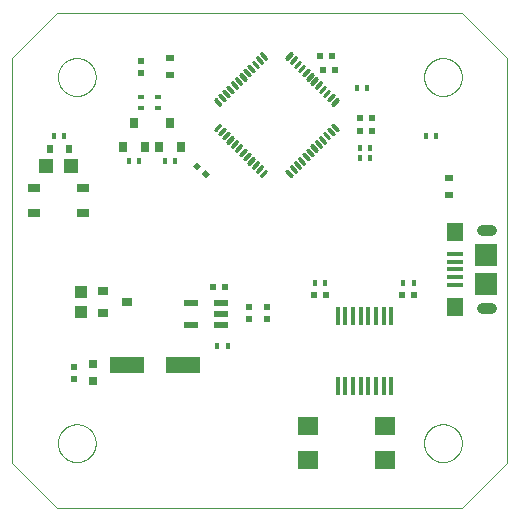
<source format=gtp>
G75*
%MOIN*%
%OFA0B0*%
%FSLAX25Y25*%
%IPPOS*%
%LPD*%
%AMOC8*
5,1,8,0,0,1.08239X$1,22.5*
%
%ADD10C,0.00000*%
%ADD11C,0.01008*%
%ADD12R,0.01969X0.01969*%
%ADD13R,0.04724X0.04724*%
%ADD14R,0.01575X0.02362*%
%ADD15R,0.01969X0.01969*%
%ADD16R,0.02362X0.03150*%
%ADD17R,0.03150X0.02362*%
%ADD18R,0.11811X0.05512*%
%ADD19R,0.03150X0.03150*%
%ADD20R,0.07098X0.06299*%
%ADD21R,0.01575X0.06299*%
%ADD22R,0.05315X0.01575*%
%ADD23R,0.05512X0.06299*%
%ADD24R,0.07480X0.07480*%
%ADD25C,0.03543*%
%ADD26C,0.00039*%
%ADD27R,0.03543X0.03150*%
%ADD28R,0.03937X0.04331*%
%ADD29R,0.04724X0.02165*%
%ADD30R,0.03150X0.03543*%
%ADD31R,0.02362X0.01575*%
%ADD32R,0.04134X0.02559*%
D10*
X0080922Y0060000D02*
X0095922Y0045000D01*
X0230922Y0045000D01*
X0245922Y0060000D01*
X0245922Y0195000D01*
X0230922Y0210000D01*
X0095922Y0210000D01*
X0080922Y0195000D01*
X0080922Y0060000D01*
X0096099Y0066476D02*
X0096101Y0066634D01*
X0096107Y0066792D01*
X0096117Y0066950D01*
X0096131Y0067108D01*
X0096149Y0067265D01*
X0096170Y0067422D01*
X0096196Y0067578D01*
X0096226Y0067734D01*
X0096259Y0067889D01*
X0096297Y0068042D01*
X0096338Y0068195D01*
X0096383Y0068347D01*
X0096432Y0068498D01*
X0096485Y0068647D01*
X0096541Y0068795D01*
X0096601Y0068941D01*
X0096665Y0069086D01*
X0096733Y0069229D01*
X0096804Y0069371D01*
X0096878Y0069511D01*
X0096956Y0069648D01*
X0097038Y0069784D01*
X0097122Y0069918D01*
X0097211Y0070049D01*
X0097302Y0070178D01*
X0097397Y0070305D01*
X0097494Y0070430D01*
X0097595Y0070552D01*
X0097699Y0070671D01*
X0097806Y0070788D01*
X0097916Y0070902D01*
X0098029Y0071013D01*
X0098144Y0071122D01*
X0098262Y0071227D01*
X0098383Y0071329D01*
X0098506Y0071429D01*
X0098632Y0071525D01*
X0098760Y0071618D01*
X0098890Y0071708D01*
X0099023Y0071794D01*
X0099158Y0071878D01*
X0099294Y0071957D01*
X0099433Y0072034D01*
X0099574Y0072106D01*
X0099716Y0072176D01*
X0099860Y0072241D01*
X0100006Y0072303D01*
X0100153Y0072361D01*
X0100302Y0072416D01*
X0100452Y0072467D01*
X0100603Y0072514D01*
X0100755Y0072557D01*
X0100908Y0072596D01*
X0101063Y0072632D01*
X0101218Y0072663D01*
X0101374Y0072691D01*
X0101530Y0072715D01*
X0101687Y0072735D01*
X0101845Y0072751D01*
X0102002Y0072763D01*
X0102161Y0072771D01*
X0102319Y0072775D01*
X0102477Y0072775D01*
X0102635Y0072771D01*
X0102794Y0072763D01*
X0102951Y0072751D01*
X0103109Y0072735D01*
X0103266Y0072715D01*
X0103422Y0072691D01*
X0103578Y0072663D01*
X0103733Y0072632D01*
X0103888Y0072596D01*
X0104041Y0072557D01*
X0104193Y0072514D01*
X0104344Y0072467D01*
X0104494Y0072416D01*
X0104643Y0072361D01*
X0104790Y0072303D01*
X0104936Y0072241D01*
X0105080Y0072176D01*
X0105222Y0072106D01*
X0105363Y0072034D01*
X0105502Y0071957D01*
X0105638Y0071878D01*
X0105773Y0071794D01*
X0105906Y0071708D01*
X0106036Y0071618D01*
X0106164Y0071525D01*
X0106290Y0071429D01*
X0106413Y0071329D01*
X0106534Y0071227D01*
X0106652Y0071122D01*
X0106767Y0071013D01*
X0106880Y0070902D01*
X0106990Y0070788D01*
X0107097Y0070671D01*
X0107201Y0070552D01*
X0107302Y0070430D01*
X0107399Y0070305D01*
X0107494Y0070178D01*
X0107585Y0070049D01*
X0107674Y0069918D01*
X0107758Y0069784D01*
X0107840Y0069648D01*
X0107918Y0069511D01*
X0107992Y0069371D01*
X0108063Y0069229D01*
X0108131Y0069086D01*
X0108195Y0068941D01*
X0108255Y0068795D01*
X0108311Y0068647D01*
X0108364Y0068498D01*
X0108413Y0068347D01*
X0108458Y0068195D01*
X0108499Y0068042D01*
X0108537Y0067889D01*
X0108570Y0067734D01*
X0108600Y0067578D01*
X0108626Y0067422D01*
X0108647Y0067265D01*
X0108665Y0067108D01*
X0108679Y0066950D01*
X0108689Y0066792D01*
X0108695Y0066634D01*
X0108697Y0066476D01*
X0108695Y0066318D01*
X0108689Y0066160D01*
X0108679Y0066002D01*
X0108665Y0065844D01*
X0108647Y0065687D01*
X0108626Y0065530D01*
X0108600Y0065374D01*
X0108570Y0065218D01*
X0108537Y0065063D01*
X0108499Y0064910D01*
X0108458Y0064757D01*
X0108413Y0064605D01*
X0108364Y0064454D01*
X0108311Y0064305D01*
X0108255Y0064157D01*
X0108195Y0064011D01*
X0108131Y0063866D01*
X0108063Y0063723D01*
X0107992Y0063581D01*
X0107918Y0063441D01*
X0107840Y0063304D01*
X0107758Y0063168D01*
X0107674Y0063034D01*
X0107585Y0062903D01*
X0107494Y0062774D01*
X0107399Y0062647D01*
X0107302Y0062522D01*
X0107201Y0062400D01*
X0107097Y0062281D01*
X0106990Y0062164D01*
X0106880Y0062050D01*
X0106767Y0061939D01*
X0106652Y0061830D01*
X0106534Y0061725D01*
X0106413Y0061623D01*
X0106290Y0061523D01*
X0106164Y0061427D01*
X0106036Y0061334D01*
X0105906Y0061244D01*
X0105773Y0061158D01*
X0105638Y0061074D01*
X0105502Y0060995D01*
X0105363Y0060918D01*
X0105222Y0060846D01*
X0105080Y0060776D01*
X0104936Y0060711D01*
X0104790Y0060649D01*
X0104643Y0060591D01*
X0104494Y0060536D01*
X0104344Y0060485D01*
X0104193Y0060438D01*
X0104041Y0060395D01*
X0103888Y0060356D01*
X0103733Y0060320D01*
X0103578Y0060289D01*
X0103422Y0060261D01*
X0103266Y0060237D01*
X0103109Y0060217D01*
X0102951Y0060201D01*
X0102794Y0060189D01*
X0102635Y0060181D01*
X0102477Y0060177D01*
X0102319Y0060177D01*
X0102161Y0060181D01*
X0102002Y0060189D01*
X0101845Y0060201D01*
X0101687Y0060217D01*
X0101530Y0060237D01*
X0101374Y0060261D01*
X0101218Y0060289D01*
X0101063Y0060320D01*
X0100908Y0060356D01*
X0100755Y0060395D01*
X0100603Y0060438D01*
X0100452Y0060485D01*
X0100302Y0060536D01*
X0100153Y0060591D01*
X0100006Y0060649D01*
X0099860Y0060711D01*
X0099716Y0060776D01*
X0099574Y0060846D01*
X0099433Y0060918D01*
X0099294Y0060995D01*
X0099158Y0061074D01*
X0099023Y0061158D01*
X0098890Y0061244D01*
X0098760Y0061334D01*
X0098632Y0061427D01*
X0098506Y0061523D01*
X0098383Y0061623D01*
X0098262Y0061725D01*
X0098144Y0061830D01*
X0098029Y0061939D01*
X0097916Y0062050D01*
X0097806Y0062164D01*
X0097699Y0062281D01*
X0097595Y0062400D01*
X0097494Y0062522D01*
X0097397Y0062647D01*
X0097302Y0062774D01*
X0097211Y0062903D01*
X0097122Y0063034D01*
X0097038Y0063168D01*
X0096956Y0063304D01*
X0096878Y0063441D01*
X0096804Y0063581D01*
X0096733Y0063723D01*
X0096665Y0063866D01*
X0096601Y0064011D01*
X0096541Y0064157D01*
X0096485Y0064305D01*
X0096432Y0064454D01*
X0096383Y0064605D01*
X0096338Y0064757D01*
X0096297Y0064910D01*
X0096259Y0065063D01*
X0096226Y0065218D01*
X0096196Y0065374D01*
X0096170Y0065530D01*
X0096149Y0065687D01*
X0096131Y0065844D01*
X0096117Y0066002D01*
X0096107Y0066160D01*
X0096101Y0066318D01*
X0096099Y0066476D01*
X0218146Y0066476D02*
X0218148Y0066634D01*
X0218154Y0066792D01*
X0218164Y0066950D01*
X0218178Y0067108D01*
X0218196Y0067265D01*
X0218217Y0067422D01*
X0218243Y0067578D01*
X0218273Y0067734D01*
X0218306Y0067889D01*
X0218344Y0068042D01*
X0218385Y0068195D01*
X0218430Y0068347D01*
X0218479Y0068498D01*
X0218532Y0068647D01*
X0218588Y0068795D01*
X0218648Y0068941D01*
X0218712Y0069086D01*
X0218780Y0069229D01*
X0218851Y0069371D01*
X0218925Y0069511D01*
X0219003Y0069648D01*
X0219085Y0069784D01*
X0219169Y0069918D01*
X0219258Y0070049D01*
X0219349Y0070178D01*
X0219444Y0070305D01*
X0219541Y0070430D01*
X0219642Y0070552D01*
X0219746Y0070671D01*
X0219853Y0070788D01*
X0219963Y0070902D01*
X0220076Y0071013D01*
X0220191Y0071122D01*
X0220309Y0071227D01*
X0220430Y0071329D01*
X0220553Y0071429D01*
X0220679Y0071525D01*
X0220807Y0071618D01*
X0220937Y0071708D01*
X0221070Y0071794D01*
X0221205Y0071878D01*
X0221341Y0071957D01*
X0221480Y0072034D01*
X0221621Y0072106D01*
X0221763Y0072176D01*
X0221907Y0072241D01*
X0222053Y0072303D01*
X0222200Y0072361D01*
X0222349Y0072416D01*
X0222499Y0072467D01*
X0222650Y0072514D01*
X0222802Y0072557D01*
X0222955Y0072596D01*
X0223110Y0072632D01*
X0223265Y0072663D01*
X0223421Y0072691D01*
X0223577Y0072715D01*
X0223734Y0072735D01*
X0223892Y0072751D01*
X0224049Y0072763D01*
X0224208Y0072771D01*
X0224366Y0072775D01*
X0224524Y0072775D01*
X0224682Y0072771D01*
X0224841Y0072763D01*
X0224998Y0072751D01*
X0225156Y0072735D01*
X0225313Y0072715D01*
X0225469Y0072691D01*
X0225625Y0072663D01*
X0225780Y0072632D01*
X0225935Y0072596D01*
X0226088Y0072557D01*
X0226240Y0072514D01*
X0226391Y0072467D01*
X0226541Y0072416D01*
X0226690Y0072361D01*
X0226837Y0072303D01*
X0226983Y0072241D01*
X0227127Y0072176D01*
X0227269Y0072106D01*
X0227410Y0072034D01*
X0227549Y0071957D01*
X0227685Y0071878D01*
X0227820Y0071794D01*
X0227953Y0071708D01*
X0228083Y0071618D01*
X0228211Y0071525D01*
X0228337Y0071429D01*
X0228460Y0071329D01*
X0228581Y0071227D01*
X0228699Y0071122D01*
X0228814Y0071013D01*
X0228927Y0070902D01*
X0229037Y0070788D01*
X0229144Y0070671D01*
X0229248Y0070552D01*
X0229349Y0070430D01*
X0229446Y0070305D01*
X0229541Y0070178D01*
X0229632Y0070049D01*
X0229721Y0069918D01*
X0229805Y0069784D01*
X0229887Y0069648D01*
X0229965Y0069511D01*
X0230039Y0069371D01*
X0230110Y0069229D01*
X0230178Y0069086D01*
X0230242Y0068941D01*
X0230302Y0068795D01*
X0230358Y0068647D01*
X0230411Y0068498D01*
X0230460Y0068347D01*
X0230505Y0068195D01*
X0230546Y0068042D01*
X0230584Y0067889D01*
X0230617Y0067734D01*
X0230647Y0067578D01*
X0230673Y0067422D01*
X0230694Y0067265D01*
X0230712Y0067108D01*
X0230726Y0066950D01*
X0230736Y0066792D01*
X0230742Y0066634D01*
X0230744Y0066476D01*
X0230742Y0066318D01*
X0230736Y0066160D01*
X0230726Y0066002D01*
X0230712Y0065844D01*
X0230694Y0065687D01*
X0230673Y0065530D01*
X0230647Y0065374D01*
X0230617Y0065218D01*
X0230584Y0065063D01*
X0230546Y0064910D01*
X0230505Y0064757D01*
X0230460Y0064605D01*
X0230411Y0064454D01*
X0230358Y0064305D01*
X0230302Y0064157D01*
X0230242Y0064011D01*
X0230178Y0063866D01*
X0230110Y0063723D01*
X0230039Y0063581D01*
X0229965Y0063441D01*
X0229887Y0063304D01*
X0229805Y0063168D01*
X0229721Y0063034D01*
X0229632Y0062903D01*
X0229541Y0062774D01*
X0229446Y0062647D01*
X0229349Y0062522D01*
X0229248Y0062400D01*
X0229144Y0062281D01*
X0229037Y0062164D01*
X0228927Y0062050D01*
X0228814Y0061939D01*
X0228699Y0061830D01*
X0228581Y0061725D01*
X0228460Y0061623D01*
X0228337Y0061523D01*
X0228211Y0061427D01*
X0228083Y0061334D01*
X0227953Y0061244D01*
X0227820Y0061158D01*
X0227685Y0061074D01*
X0227549Y0060995D01*
X0227410Y0060918D01*
X0227269Y0060846D01*
X0227127Y0060776D01*
X0226983Y0060711D01*
X0226837Y0060649D01*
X0226690Y0060591D01*
X0226541Y0060536D01*
X0226391Y0060485D01*
X0226240Y0060438D01*
X0226088Y0060395D01*
X0225935Y0060356D01*
X0225780Y0060320D01*
X0225625Y0060289D01*
X0225469Y0060261D01*
X0225313Y0060237D01*
X0225156Y0060217D01*
X0224998Y0060201D01*
X0224841Y0060189D01*
X0224682Y0060181D01*
X0224524Y0060177D01*
X0224366Y0060177D01*
X0224208Y0060181D01*
X0224049Y0060189D01*
X0223892Y0060201D01*
X0223734Y0060217D01*
X0223577Y0060237D01*
X0223421Y0060261D01*
X0223265Y0060289D01*
X0223110Y0060320D01*
X0222955Y0060356D01*
X0222802Y0060395D01*
X0222650Y0060438D01*
X0222499Y0060485D01*
X0222349Y0060536D01*
X0222200Y0060591D01*
X0222053Y0060649D01*
X0221907Y0060711D01*
X0221763Y0060776D01*
X0221621Y0060846D01*
X0221480Y0060918D01*
X0221341Y0060995D01*
X0221205Y0061074D01*
X0221070Y0061158D01*
X0220937Y0061244D01*
X0220807Y0061334D01*
X0220679Y0061427D01*
X0220553Y0061523D01*
X0220430Y0061623D01*
X0220309Y0061725D01*
X0220191Y0061830D01*
X0220076Y0061939D01*
X0219963Y0062050D01*
X0219853Y0062164D01*
X0219746Y0062281D01*
X0219642Y0062400D01*
X0219541Y0062522D01*
X0219444Y0062647D01*
X0219349Y0062774D01*
X0219258Y0062903D01*
X0219169Y0063034D01*
X0219085Y0063168D01*
X0219003Y0063304D01*
X0218925Y0063441D01*
X0218851Y0063581D01*
X0218780Y0063723D01*
X0218712Y0063866D01*
X0218648Y0064011D01*
X0218588Y0064157D01*
X0218532Y0064305D01*
X0218479Y0064454D01*
X0218430Y0064605D01*
X0218385Y0064757D01*
X0218344Y0064910D01*
X0218306Y0065063D01*
X0218273Y0065218D01*
X0218243Y0065374D01*
X0218217Y0065530D01*
X0218196Y0065687D01*
X0218178Y0065844D01*
X0218164Y0066002D01*
X0218154Y0066160D01*
X0218148Y0066318D01*
X0218146Y0066476D01*
X0218146Y0188524D02*
X0218148Y0188682D01*
X0218154Y0188840D01*
X0218164Y0188998D01*
X0218178Y0189156D01*
X0218196Y0189313D01*
X0218217Y0189470D01*
X0218243Y0189626D01*
X0218273Y0189782D01*
X0218306Y0189937D01*
X0218344Y0190090D01*
X0218385Y0190243D01*
X0218430Y0190395D01*
X0218479Y0190546D01*
X0218532Y0190695D01*
X0218588Y0190843D01*
X0218648Y0190989D01*
X0218712Y0191134D01*
X0218780Y0191277D01*
X0218851Y0191419D01*
X0218925Y0191559D01*
X0219003Y0191696D01*
X0219085Y0191832D01*
X0219169Y0191966D01*
X0219258Y0192097D01*
X0219349Y0192226D01*
X0219444Y0192353D01*
X0219541Y0192478D01*
X0219642Y0192600D01*
X0219746Y0192719D01*
X0219853Y0192836D01*
X0219963Y0192950D01*
X0220076Y0193061D01*
X0220191Y0193170D01*
X0220309Y0193275D01*
X0220430Y0193377D01*
X0220553Y0193477D01*
X0220679Y0193573D01*
X0220807Y0193666D01*
X0220937Y0193756D01*
X0221070Y0193842D01*
X0221205Y0193926D01*
X0221341Y0194005D01*
X0221480Y0194082D01*
X0221621Y0194154D01*
X0221763Y0194224D01*
X0221907Y0194289D01*
X0222053Y0194351D01*
X0222200Y0194409D01*
X0222349Y0194464D01*
X0222499Y0194515D01*
X0222650Y0194562D01*
X0222802Y0194605D01*
X0222955Y0194644D01*
X0223110Y0194680D01*
X0223265Y0194711D01*
X0223421Y0194739D01*
X0223577Y0194763D01*
X0223734Y0194783D01*
X0223892Y0194799D01*
X0224049Y0194811D01*
X0224208Y0194819D01*
X0224366Y0194823D01*
X0224524Y0194823D01*
X0224682Y0194819D01*
X0224841Y0194811D01*
X0224998Y0194799D01*
X0225156Y0194783D01*
X0225313Y0194763D01*
X0225469Y0194739D01*
X0225625Y0194711D01*
X0225780Y0194680D01*
X0225935Y0194644D01*
X0226088Y0194605D01*
X0226240Y0194562D01*
X0226391Y0194515D01*
X0226541Y0194464D01*
X0226690Y0194409D01*
X0226837Y0194351D01*
X0226983Y0194289D01*
X0227127Y0194224D01*
X0227269Y0194154D01*
X0227410Y0194082D01*
X0227549Y0194005D01*
X0227685Y0193926D01*
X0227820Y0193842D01*
X0227953Y0193756D01*
X0228083Y0193666D01*
X0228211Y0193573D01*
X0228337Y0193477D01*
X0228460Y0193377D01*
X0228581Y0193275D01*
X0228699Y0193170D01*
X0228814Y0193061D01*
X0228927Y0192950D01*
X0229037Y0192836D01*
X0229144Y0192719D01*
X0229248Y0192600D01*
X0229349Y0192478D01*
X0229446Y0192353D01*
X0229541Y0192226D01*
X0229632Y0192097D01*
X0229721Y0191966D01*
X0229805Y0191832D01*
X0229887Y0191696D01*
X0229965Y0191559D01*
X0230039Y0191419D01*
X0230110Y0191277D01*
X0230178Y0191134D01*
X0230242Y0190989D01*
X0230302Y0190843D01*
X0230358Y0190695D01*
X0230411Y0190546D01*
X0230460Y0190395D01*
X0230505Y0190243D01*
X0230546Y0190090D01*
X0230584Y0189937D01*
X0230617Y0189782D01*
X0230647Y0189626D01*
X0230673Y0189470D01*
X0230694Y0189313D01*
X0230712Y0189156D01*
X0230726Y0188998D01*
X0230736Y0188840D01*
X0230742Y0188682D01*
X0230744Y0188524D01*
X0230742Y0188366D01*
X0230736Y0188208D01*
X0230726Y0188050D01*
X0230712Y0187892D01*
X0230694Y0187735D01*
X0230673Y0187578D01*
X0230647Y0187422D01*
X0230617Y0187266D01*
X0230584Y0187111D01*
X0230546Y0186958D01*
X0230505Y0186805D01*
X0230460Y0186653D01*
X0230411Y0186502D01*
X0230358Y0186353D01*
X0230302Y0186205D01*
X0230242Y0186059D01*
X0230178Y0185914D01*
X0230110Y0185771D01*
X0230039Y0185629D01*
X0229965Y0185489D01*
X0229887Y0185352D01*
X0229805Y0185216D01*
X0229721Y0185082D01*
X0229632Y0184951D01*
X0229541Y0184822D01*
X0229446Y0184695D01*
X0229349Y0184570D01*
X0229248Y0184448D01*
X0229144Y0184329D01*
X0229037Y0184212D01*
X0228927Y0184098D01*
X0228814Y0183987D01*
X0228699Y0183878D01*
X0228581Y0183773D01*
X0228460Y0183671D01*
X0228337Y0183571D01*
X0228211Y0183475D01*
X0228083Y0183382D01*
X0227953Y0183292D01*
X0227820Y0183206D01*
X0227685Y0183122D01*
X0227549Y0183043D01*
X0227410Y0182966D01*
X0227269Y0182894D01*
X0227127Y0182824D01*
X0226983Y0182759D01*
X0226837Y0182697D01*
X0226690Y0182639D01*
X0226541Y0182584D01*
X0226391Y0182533D01*
X0226240Y0182486D01*
X0226088Y0182443D01*
X0225935Y0182404D01*
X0225780Y0182368D01*
X0225625Y0182337D01*
X0225469Y0182309D01*
X0225313Y0182285D01*
X0225156Y0182265D01*
X0224998Y0182249D01*
X0224841Y0182237D01*
X0224682Y0182229D01*
X0224524Y0182225D01*
X0224366Y0182225D01*
X0224208Y0182229D01*
X0224049Y0182237D01*
X0223892Y0182249D01*
X0223734Y0182265D01*
X0223577Y0182285D01*
X0223421Y0182309D01*
X0223265Y0182337D01*
X0223110Y0182368D01*
X0222955Y0182404D01*
X0222802Y0182443D01*
X0222650Y0182486D01*
X0222499Y0182533D01*
X0222349Y0182584D01*
X0222200Y0182639D01*
X0222053Y0182697D01*
X0221907Y0182759D01*
X0221763Y0182824D01*
X0221621Y0182894D01*
X0221480Y0182966D01*
X0221341Y0183043D01*
X0221205Y0183122D01*
X0221070Y0183206D01*
X0220937Y0183292D01*
X0220807Y0183382D01*
X0220679Y0183475D01*
X0220553Y0183571D01*
X0220430Y0183671D01*
X0220309Y0183773D01*
X0220191Y0183878D01*
X0220076Y0183987D01*
X0219963Y0184098D01*
X0219853Y0184212D01*
X0219746Y0184329D01*
X0219642Y0184448D01*
X0219541Y0184570D01*
X0219444Y0184695D01*
X0219349Y0184822D01*
X0219258Y0184951D01*
X0219169Y0185082D01*
X0219085Y0185216D01*
X0219003Y0185352D01*
X0218925Y0185489D01*
X0218851Y0185629D01*
X0218780Y0185771D01*
X0218712Y0185914D01*
X0218648Y0186059D01*
X0218588Y0186205D01*
X0218532Y0186353D01*
X0218479Y0186502D01*
X0218430Y0186653D01*
X0218385Y0186805D01*
X0218344Y0186958D01*
X0218306Y0187111D01*
X0218273Y0187266D01*
X0218243Y0187422D01*
X0218217Y0187578D01*
X0218196Y0187735D01*
X0218178Y0187892D01*
X0218164Y0188050D01*
X0218154Y0188208D01*
X0218148Y0188366D01*
X0218146Y0188524D01*
X0096099Y0188524D02*
X0096101Y0188682D01*
X0096107Y0188840D01*
X0096117Y0188998D01*
X0096131Y0189156D01*
X0096149Y0189313D01*
X0096170Y0189470D01*
X0096196Y0189626D01*
X0096226Y0189782D01*
X0096259Y0189937D01*
X0096297Y0190090D01*
X0096338Y0190243D01*
X0096383Y0190395D01*
X0096432Y0190546D01*
X0096485Y0190695D01*
X0096541Y0190843D01*
X0096601Y0190989D01*
X0096665Y0191134D01*
X0096733Y0191277D01*
X0096804Y0191419D01*
X0096878Y0191559D01*
X0096956Y0191696D01*
X0097038Y0191832D01*
X0097122Y0191966D01*
X0097211Y0192097D01*
X0097302Y0192226D01*
X0097397Y0192353D01*
X0097494Y0192478D01*
X0097595Y0192600D01*
X0097699Y0192719D01*
X0097806Y0192836D01*
X0097916Y0192950D01*
X0098029Y0193061D01*
X0098144Y0193170D01*
X0098262Y0193275D01*
X0098383Y0193377D01*
X0098506Y0193477D01*
X0098632Y0193573D01*
X0098760Y0193666D01*
X0098890Y0193756D01*
X0099023Y0193842D01*
X0099158Y0193926D01*
X0099294Y0194005D01*
X0099433Y0194082D01*
X0099574Y0194154D01*
X0099716Y0194224D01*
X0099860Y0194289D01*
X0100006Y0194351D01*
X0100153Y0194409D01*
X0100302Y0194464D01*
X0100452Y0194515D01*
X0100603Y0194562D01*
X0100755Y0194605D01*
X0100908Y0194644D01*
X0101063Y0194680D01*
X0101218Y0194711D01*
X0101374Y0194739D01*
X0101530Y0194763D01*
X0101687Y0194783D01*
X0101845Y0194799D01*
X0102002Y0194811D01*
X0102161Y0194819D01*
X0102319Y0194823D01*
X0102477Y0194823D01*
X0102635Y0194819D01*
X0102794Y0194811D01*
X0102951Y0194799D01*
X0103109Y0194783D01*
X0103266Y0194763D01*
X0103422Y0194739D01*
X0103578Y0194711D01*
X0103733Y0194680D01*
X0103888Y0194644D01*
X0104041Y0194605D01*
X0104193Y0194562D01*
X0104344Y0194515D01*
X0104494Y0194464D01*
X0104643Y0194409D01*
X0104790Y0194351D01*
X0104936Y0194289D01*
X0105080Y0194224D01*
X0105222Y0194154D01*
X0105363Y0194082D01*
X0105502Y0194005D01*
X0105638Y0193926D01*
X0105773Y0193842D01*
X0105906Y0193756D01*
X0106036Y0193666D01*
X0106164Y0193573D01*
X0106290Y0193477D01*
X0106413Y0193377D01*
X0106534Y0193275D01*
X0106652Y0193170D01*
X0106767Y0193061D01*
X0106880Y0192950D01*
X0106990Y0192836D01*
X0107097Y0192719D01*
X0107201Y0192600D01*
X0107302Y0192478D01*
X0107399Y0192353D01*
X0107494Y0192226D01*
X0107585Y0192097D01*
X0107674Y0191966D01*
X0107758Y0191832D01*
X0107840Y0191696D01*
X0107918Y0191559D01*
X0107992Y0191419D01*
X0108063Y0191277D01*
X0108131Y0191134D01*
X0108195Y0190989D01*
X0108255Y0190843D01*
X0108311Y0190695D01*
X0108364Y0190546D01*
X0108413Y0190395D01*
X0108458Y0190243D01*
X0108499Y0190090D01*
X0108537Y0189937D01*
X0108570Y0189782D01*
X0108600Y0189626D01*
X0108626Y0189470D01*
X0108647Y0189313D01*
X0108665Y0189156D01*
X0108679Y0188998D01*
X0108689Y0188840D01*
X0108695Y0188682D01*
X0108697Y0188524D01*
X0108695Y0188366D01*
X0108689Y0188208D01*
X0108679Y0188050D01*
X0108665Y0187892D01*
X0108647Y0187735D01*
X0108626Y0187578D01*
X0108600Y0187422D01*
X0108570Y0187266D01*
X0108537Y0187111D01*
X0108499Y0186958D01*
X0108458Y0186805D01*
X0108413Y0186653D01*
X0108364Y0186502D01*
X0108311Y0186353D01*
X0108255Y0186205D01*
X0108195Y0186059D01*
X0108131Y0185914D01*
X0108063Y0185771D01*
X0107992Y0185629D01*
X0107918Y0185489D01*
X0107840Y0185352D01*
X0107758Y0185216D01*
X0107674Y0185082D01*
X0107585Y0184951D01*
X0107494Y0184822D01*
X0107399Y0184695D01*
X0107302Y0184570D01*
X0107201Y0184448D01*
X0107097Y0184329D01*
X0106990Y0184212D01*
X0106880Y0184098D01*
X0106767Y0183987D01*
X0106652Y0183878D01*
X0106534Y0183773D01*
X0106413Y0183671D01*
X0106290Y0183571D01*
X0106164Y0183475D01*
X0106036Y0183382D01*
X0105906Y0183292D01*
X0105773Y0183206D01*
X0105638Y0183122D01*
X0105502Y0183043D01*
X0105363Y0182966D01*
X0105222Y0182894D01*
X0105080Y0182824D01*
X0104936Y0182759D01*
X0104790Y0182697D01*
X0104643Y0182639D01*
X0104494Y0182584D01*
X0104344Y0182533D01*
X0104193Y0182486D01*
X0104041Y0182443D01*
X0103888Y0182404D01*
X0103733Y0182368D01*
X0103578Y0182337D01*
X0103422Y0182309D01*
X0103266Y0182285D01*
X0103109Y0182265D01*
X0102951Y0182249D01*
X0102794Y0182237D01*
X0102635Y0182229D01*
X0102477Y0182225D01*
X0102319Y0182225D01*
X0102161Y0182229D01*
X0102002Y0182237D01*
X0101845Y0182249D01*
X0101687Y0182265D01*
X0101530Y0182285D01*
X0101374Y0182309D01*
X0101218Y0182337D01*
X0101063Y0182368D01*
X0100908Y0182404D01*
X0100755Y0182443D01*
X0100603Y0182486D01*
X0100452Y0182533D01*
X0100302Y0182584D01*
X0100153Y0182639D01*
X0100006Y0182697D01*
X0099860Y0182759D01*
X0099716Y0182824D01*
X0099574Y0182894D01*
X0099433Y0182966D01*
X0099294Y0183043D01*
X0099158Y0183122D01*
X0099023Y0183206D01*
X0098890Y0183292D01*
X0098760Y0183382D01*
X0098632Y0183475D01*
X0098506Y0183571D01*
X0098383Y0183671D01*
X0098262Y0183773D01*
X0098144Y0183878D01*
X0098029Y0183987D01*
X0097916Y0184098D01*
X0097806Y0184212D01*
X0097699Y0184329D01*
X0097595Y0184448D01*
X0097494Y0184570D01*
X0097397Y0184695D01*
X0097302Y0184822D01*
X0097211Y0184951D01*
X0097122Y0185082D01*
X0097038Y0185216D01*
X0096956Y0185352D01*
X0096878Y0185489D01*
X0096804Y0185629D01*
X0096733Y0185771D01*
X0096665Y0185914D01*
X0096601Y0186059D01*
X0096541Y0186205D01*
X0096485Y0186353D01*
X0096432Y0186502D01*
X0096383Y0186653D01*
X0096338Y0186805D01*
X0096297Y0186958D01*
X0096259Y0187111D01*
X0096226Y0187266D01*
X0096196Y0187422D01*
X0096170Y0187578D01*
X0096149Y0187735D01*
X0096131Y0187892D01*
X0096117Y0188050D01*
X0096107Y0188208D01*
X0096101Y0188366D01*
X0096099Y0188524D01*
D11*
X0148450Y0180982D02*
X0150102Y0179330D01*
X0148450Y0180982D02*
X0148628Y0181160D01*
X0150280Y0179508D01*
X0150102Y0179330D01*
X0149451Y0180337D02*
X0149095Y0180337D01*
X0149842Y0182374D02*
X0151494Y0180722D01*
X0149842Y0182374D02*
X0150020Y0182552D01*
X0151672Y0180900D01*
X0151494Y0180722D01*
X0150843Y0181729D02*
X0150487Y0181729D01*
X0151234Y0183766D02*
X0152886Y0182114D01*
X0151234Y0183766D02*
X0151412Y0183944D01*
X0153064Y0182292D01*
X0152886Y0182114D01*
X0152235Y0183121D02*
X0151879Y0183121D01*
X0152626Y0185158D02*
X0154278Y0183506D01*
X0152626Y0185158D02*
X0152804Y0185336D01*
X0154456Y0183684D01*
X0154278Y0183506D01*
X0153627Y0184513D02*
X0153271Y0184513D01*
X0154018Y0186550D02*
X0155670Y0184898D01*
X0154018Y0186550D02*
X0154196Y0186728D01*
X0155848Y0185076D01*
X0155670Y0184898D01*
X0155019Y0185905D02*
X0154663Y0185905D01*
X0155410Y0187942D02*
X0157062Y0186290D01*
X0155410Y0187942D02*
X0155588Y0188120D01*
X0157240Y0186468D01*
X0157062Y0186290D01*
X0156411Y0187297D02*
X0156055Y0187297D01*
X0156802Y0189334D02*
X0158454Y0187682D01*
X0156802Y0189334D02*
X0156980Y0189512D01*
X0158632Y0187860D01*
X0158454Y0187682D01*
X0157803Y0188689D02*
X0157447Y0188689D01*
X0158194Y0190726D02*
X0159846Y0189074D01*
X0158194Y0190726D02*
X0158372Y0190904D01*
X0160024Y0189252D01*
X0159846Y0189074D01*
X0159195Y0190081D02*
X0158839Y0190081D01*
X0159585Y0192118D02*
X0161237Y0190466D01*
X0159585Y0192118D02*
X0159763Y0192296D01*
X0161415Y0190644D01*
X0161237Y0190466D01*
X0160586Y0191473D02*
X0160230Y0191473D01*
X0160977Y0193510D02*
X0162629Y0191858D01*
X0160977Y0193510D02*
X0161155Y0193688D01*
X0162807Y0192036D01*
X0162629Y0191858D01*
X0161978Y0192865D02*
X0161622Y0192865D01*
X0162369Y0194902D02*
X0164021Y0193250D01*
X0162369Y0194902D02*
X0162547Y0195080D01*
X0164199Y0193428D01*
X0164021Y0193250D01*
X0163370Y0194257D02*
X0163014Y0194257D01*
X0163761Y0196294D02*
X0165413Y0194642D01*
X0163761Y0196294D02*
X0163939Y0196472D01*
X0165591Y0194820D01*
X0165413Y0194642D01*
X0164762Y0195649D02*
X0164406Y0195649D01*
X0172430Y0194642D02*
X0174082Y0196294D01*
X0172430Y0194642D02*
X0172252Y0194820D01*
X0173904Y0196472D01*
X0174082Y0196294D01*
X0173437Y0195649D02*
X0173081Y0195649D01*
X0175474Y0194902D02*
X0173822Y0193250D01*
X0173644Y0193428D01*
X0175296Y0195080D01*
X0175474Y0194902D01*
X0174829Y0194257D02*
X0174473Y0194257D01*
X0176866Y0193510D02*
X0175214Y0191858D01*
X0175036Y0192036D01*
X0176688Y0193688D01*
X0176866Y0193510D01*
X0176221Y0192865D02*
X0175865Y0192865D01*
X0178258Y0192118D02*
X0176606Y0190466D01*
X0176428Y0190644D01*
X0178080Y0192296D01*
X0178258Y0192118D01*
X0177613Y0191473D02*
X0177257Y0191473D01*
X0179650Y0190726D02*
X0177998Y0189074D01*
X0177820Y0189252D01*
X0179472Y0190904D01*
X0179650Y0190726D01*
X0179005Y0190081D02*
X0178649Y0190081D01*
X0181042Y0189334D02*
X0179390Y0187682D01*
X0179212Y0187860D01*
X0180864Y0189512D01*
X0181042Y0189334D01*
X0180397Y0188689D02*
X0180041Y0188689D01*
X0182434Y0187942D02*
X0180782Y0186290D01*
X0180604Y0186468D01*
X0182256Y0188120D01*
X0182434Y0187942D01*
X0181789Y0187297D02*
X0181433Y0187297D01*
X0183826Y0186550D02*
X0182174Y0184898D01*
X0181996Y0185076D01*
X0183648Y0186728D01*
X0183826Y0186550D01*
X0183181Y0185905D02*
X0182825Y0185905D01*
X0185218Y0185158D02*
X0183566Y0183506D01*
X0183388Y0183684D01*
X0185040Y0185336D01*
X0185218Y0185158D01*
X0184573Y0184513D02*
X0184217Y0184513D01*
X0186610Y0183766D02*
X0184958Y0182114D01*
X0184780Y0182292D01*
X0186432Y0183944D01*
X0186610Y0183766D01*
X0185965Y0183121D02*
X0185609Y0183121D01*
X0188002Y0182374D02*
X0186350Y0180722D01*
X0186172Y0180900D01*
X0187824Y0182552D01*
X0188002Y0182374D01*
X0187357Y0181729D02*
X0187001Y0181729D01*
X0189394Y0180982D02*
X0187742Y0179330D01*
X0187564Y0179508D01*
X0189216Y0181160D01*
X0189394Y0180982D01*
X0188749Y0180337D02*
X0188393Y0180337D01*
X0187564Y0172492D02*
X0189216Y0170840D01*
X0187564Y0172492D02*
X0187742Y0172670D01*
X0189394Y0171018D01*
X0189216Y0170840D01*
X0188565Y0171847D02*
X0188209Y0171847D01*
X0186172Y0171100D02*
X0187824Y0169448D01*
X0186172Y0171100D02*
X0186350Y0171278D01*
X0188002Y0169626D01*
X0187824Y0169448D01*
X0187173Y0170455D02*
X0186817Y0170455D01*
X0184780Y0169708D02*
X0186432Y0168056D01*
X0184780Y0169708D02*
X0184958Y0169886D01*
X0186610Y0168234D01*
X0186432Y0168056D01*
X0185781Y0169063D02*
X0185425Y0169063D01*
X0183388Y0168316D02*
X0185040Y0166664D01*
X0183388Y0168316D02*
X0183566Y0168494D01*
X0185218Y0166842D01*
X0185040Y0166664D01*
X0184389Y0167671D02*
X0184033Y0167671D01*
X0181996Y0166924D02*
X0183648Y0165272D01*
X0181996Y0166924D02*
X0182174Y0167102D01*
X0183826Y0165450D01*
X0183648Y0165272D01*
X0182997Y0166279D02*
X0182641Y0166279D01*
X0180604Y0165532D02*
X0182256Y0163880D01*
X0180604Y0165532D02*
X0180782Y0165710D01*
X0182434Y0164058D01*
X0182256Y0163880D01*
X0181605Y0164887D02*
X0181249Y0164887D01*
X0179212Y0164140D02*
X0180864Y0162488D01*
X0179212Y0164140D02*
X0179390Y0164318D01*
X0181042Y0162666D01*
X0180864Y0162488D01*
X0180213Y0163495D02*
X0179857Y0163495D01*
X0177820Y0162748D02*
X0179472Y0161096D01*
X0177820Y0162748D02*
X0177998Y0162926D01*
X0179650Y0161274D01*
X0179472Y0161096D01*
X0178821Y0162103D02*
X0178465Y0162103D01*
X0176428Y0161356D02*
X0178080Y0159704D01*
X0176428Y0161356D02*
X0176606Y0161534D01*
X0178258Y0159882D01*
X0178080Y0159704D01*
X0177429Y0160711D02*
X0177073Y0160711D01*
X0175036Y0159964D02*
X0176688Y0158312D01*
X0175036Y0159964D02*
X0175214Y0160142D01*
X0176866Y0158490D01*
X0176688Y0158312D01*
X0176037Y0159319D02*
X0175681Y0159319D01*
X0173644Y0158572D02*
X0175296Y0156920D01*
X0173644Y0158572D02*
X0173822Y0158750D01*
X0175474Y0157098D01*
X0175296Y0156920D01*
X0174645Y0157927D02*
X0174289Y0157927D01*
X0172252Y0157180D02*
X0173904Y0155528D01*
X0172252Y0157180D02*
X0172430Y0157358D01*
X0174082Y0155706D01*
X0173904Y0155528D01*
X0173253Y0156535D02*
X0172897Y0156535D01*
X0165591Y0157180D02*
X0163939Y0155528D01*
X0163761Y0155706D01*
X0165413Y0157358D01*
X0165591Y0157180D01*
X0164946Y0156535D02*
X0164590Y0156535D01*
X0164199Y0158572D02*
X0162547Y0156920D01*
X0162369Y0157098D01*
X0164021Y0158750D01*
X0164199Y0158572D01*
X0163554Y0157927D02*
X0163198Y0157927D01*
X0162807Y0159964D02*
X0161155Y0158312D01*
X0160977Y0158490D01*
X0162629Y0160142D01*
X0162807Y0159964D01*
X0162162Y0159319D02*
X0161806Y0159319D01*
X0161415Y0161356D02*
X0159763Y0159704D01*
X0159585Y0159882D01*
X0161237Y0161534D01*
X0161415Y0161356D01*
X0160770Y0160711D02*
X0160414Y0160711D01*
X0160024Y0162748D02*
X0158372Y0161096D01*
X0158194Y0161274D01*
X0159846Y0162926D01*
X0160024Y0162748D01*
X0159379Y0162103D02*
X0159023Y0162103D01*
X0158632Y0164140D02*
X0156980Y0162488D01*
X0156802Y0162666D01*
X0158454Y0164318D01*
X0158632Y0164140D01*
X0157987Y0163495D02*
X0157631Y0163495D01*
X0157240Y0165532D02*
X0155588Y0163880D01*
X0155410Y0164058D01*
X0157062Y0165710D01*
X0157240Y0165532D01*
X0156595Y0164887D02*
X0156239Y0164887D01*
X0155848Y0166924D02*
X0154196Y0165272D01*
X0154018Y0165450D01*
X0155670Y0167102D01*
X0155848Y0166924D01*
X0155203Y0166279D02*
X0154847Y0166279D01*
X0154456Y0168316D02*
X0152804Y0166664D01*
X0152626Y0166842D01*
X0154278Y0168494D01*
X0154456Y0168316D01*
X0153811Y0167671D02*
X0153455Y0167671D01*
X0153064Y0169708D02*
X0151412Y0168056D01*
X0151234Y0168234D01*
X0152886Y0169886D01*
X0153064Y0169708D01*
X0152419Y0169063D02*
X0152063Y0169063D01*
X0151672Y0171100D02*
X0150020Y0169448D01*
X0149842Y0169626D01*
X0151494Y0171278D01*
X0151672Y0171100D01*
X0151027Y0170455D02*
X0150671Y0170455D01*
X0150280Y0172492D02*
X0148628Y0170840D01*
X0148450Y0171018D01*
X0150102Y0172670D01*
X0150280Y0172492D01*
X0149635Y0171847D02*
X0149279Y0171847D01*
D12*
X0123922Y0190031D03*
X0123922Y0193969D03*
X0183453Y0195500D03*
X0187390Y0195500D03*
X0188390Y0191000D03*
X0184453Y0191000D03*
X0196953Y0175000D03*
X0200890Y0175000D03*
X0200890Y0170500D03*
X0196953Y0170500D03*
X0151890Y0118500D03*
X0147953Y0118500D03*
X0159922Y0111969D03*
X0165922Y0111969D03*
X0165922Y0108031D03*
X0159922Y0108031D03*
X0181453Y0116000D03*
X0185390Y0116000D03*
X0210953Y0116000D03*
X0214890Y0116000D03*
X0101422Y0091969D03*
X0101422Y0088031D03*
D13*
X0100556Y0159000D03*
X0092288Y0159000D03*
D14*
X0094650Y0169000D03*
X0098193Y0169000D03*
X0119650Y0160500D03*
X0123193Y0160500D03*
X0131650Y0160500D03*
X0135193Y0160500D03*
X0196650Y0161600D03*
X0200193Y0161600D03*
X0200193Y0165000D03*
X0196650Y0165000D03*
X0218650Y0169000D03*
X0222193Y0169000D03*
X0199193Y0185000D03*
X0195650Y0185000D03*
X0185193Y0120000D03*
X0181650Y0120000D03*
X0211150Y0120000D03*
X0214693Y0120000D03*
X0152693Y0098750D03*
X0149150Y0098750D03*
D15*
G36*
X0145314Y0157499D02*
X0146705Y0156108D01*
X0145314Y0154717D01*
X0143923Y0156108D01*
X0145314Y0157499D01*
G37*
G36*
X0142530Y0160283D02*
X0143921Y0158892D01*
X0142530Y0157501D01*
X0141139Y0158892D01*
X0142530Y0160283D01*
G37*
D16*
X0099821Y0164500D03*
X0093522Y0164500D03*
D17*
X0133422Y0189244D03*
X0133422Y0194756D03*
X0226422Y0154756D03*
X0226422Y0149244D03*
D18*
X0137871Y0092500D03*
X0118973Y0092500D03*
D19*
X0107922Y0092953D03*
X0107922Y0087047D03*
D20*
X0179472Y0072198D03*
X0179472Y0061002D03*
X0204972Y0060882D03*
X0204972Y0072078D03*
D21*
X0204673Y0085592D03*
X0207232Y0085592D03*
X0202113Y0085592D03*
X0199554Y0085592D03*
X0196995Y0085592D03*
X0194436Y0085592D03*
X0191877Y0085592D03*
X0189318Y0085592D03*
X0189318Y0108820D03*
X0191877Y0108820D03*
X0194436Y0108820D03*
X0196995Y0108820D03*
X0199554Y0108820D03*
X0202113Y0108820D03*
X0204673Y0108820D03*
X0207232Y0108820D03*
D22*
X0228422Y0119276D03*
X0228422Y0121835D03*
X0228422Y0124394D03*
X0228422Y0126953D03*
X0228422Y0129512D03*
D23*
X0228422Y0136992D03*
X0228422Y0111795D03*
D24*
X0238953Y0119669D03*
X0238953Y0129118D03*
D25*
X0237556Y0137386D02*
X0237556Y0137386D01*
X0240312Y0137386D01*
X0240312Y0137386D01*
X0237556Y0137386D01*
X0237556Y0111402D02*
X0237556Y0111402D01*
X0240312Y0111402D01*
X0240312Y0111402D01*
X0237556Y0111402D01*
D26*
X0236572Y0111402D02*
X0236574Y0111340D01*
X0236580Y0111279D01*
X0236589Y0111218D01*
X0236603Y0111157D01*
X0236620Y0111098D01*
X0236641Y0111040D01*
X0236666Y0110983D01*
X0236694Y0110928D01*
X0236725Y0110875D01*
X0236760Y0110824D01*
X0236798Y0110775D01*
X0236839Y0110728D01*
X0236882Y0110685D01*
X0236929Y0110644D01*
X0236978Y0110606D01*
X0237029Y0110571D01*
X0237082Y0110540D01*
X0237137Y0110512D01*
X0237194Y0110487D01*
X0237252Y0110466D01*
X0237311Y0110449D01*
X0237372Y0110435D01*
X0237433Y0110426D01*
X0237494Y0110420D01*
X0237556Y0110418D01*
X0237556Y0110417D02*
X0240312Y0110417D01*
X0241296Y0111402D02*
X0241294Y0111464D01*
X0241288Y0111525D01*
X0241279Y0111586D01*
X0241265Y0111647D01*
X0241248Y0111706D01*
X0241227Y0111764D01*
X0241202Y0111821D01*
X0241174Y0111876D01*
X0241143Y0111929D01*
X0241108Y0111980D01*
X0241070Y0112029D01*
X0241029Y0112076D01*
X0240986Y0112119D01*
X0240939Y0112160D01*
X0240890Y0112198D01*
X0240839Y0112233D01*
X0240786Y0112264D01*
X0240731Y0112292D01*
X0240674Y0112317D01*
X0240616Y0112338D01*
X0240557Y0112355D01*
X0240496Y0112369D01*
X0240435Y0112378D01*
X0240374Y0112384D01*
X0240312Y0112386D01*
X0237556Y0112386D01*
X0237494Y0112384D01*
X0237433Y0112378D01*
X0237372Y0112369D01*
X0237311Y0112355D01*
X0237252Y0112338D01*
X0237194Y0112317D01*
X0237137Y0112292D01*
X0237082Y0112264D01*
X0237029Y0112233D01*
X0236978Y0112198D01*
X0236929Y0112160D01*
X0236882Y0112119D01*
X0236839Y0112076D01*
X0236798Y0112029D01*
X0236760Y0111980D01*
X0236725Y0111929D01*
X0236694Y0111876D01*
X0236666Y0111821D01*
X0236641Y0111764D01*
X0236620Y0111706D01*
X0236603Y0111647D01*
X0236589Y0111586D01*
X0236580Y0111525D01*
X0236574Y0111464D01*
X0236572Y0111402D01*
X0240312Y0110418D02*
X0240374Y0110420D01*
X0240435Y0110426D01*
X0240496Y0110435D01*
X0240557Y0110449D01*
X0240616Y0110466D01*
X0240674Y0110487D01*
X0240731Y0110512D01*
X0240786Y0110540D01*
X0240839Y0110571D01*
X0240890Y0110606D01*
X0240939Y0110644D01*
X0240986Y0110685D01*
X0241029Y0110728D01*
X0241070Y0110775D01*
X0241108Y0110824D01*
X0241143Y0110875D01*
X0241174Y0110928D01*
X0241202Y0110983D01*
X0241227Y0111040D01*
X0241248Y0111098D01*
X0241265Y0111157D01*
X0241279Y0111218D01*
X0241288Y0111279D01*
X0241294Y0111340D01*
X0241296Y0111402D01*
X0240312Y0136402D02*
X0237556Y0136402D01*
X0237494Y0136404D01*
X0237433Y0136410D01*
X0237372Y0136419D01*
X0237311Y0136433D01*
X0237252Y0136450D01*
X0237194Y0136471D01*
X0237137Y0136496D01*
X0237082Y0136524D01*
X0237029Y0136555D01*
X0236978Y0136590D01*
X0236929Y0136628D01*
X0236882Y0136669D01*
X0236839Y0136712D01*
X0236798Y0136759D01*
X0236760Y0136808D01*
X0236725Y0136859D01*
X0236694Y0136912D01*
X0236666Y0136967D01*
X0236641Y0137024D01*
X0236620Y0137082D01*
X0236603Y0137141D01*
X0236589Y0137202D01*
X0236580Y0137263D01*
X0236574Y0137324D01*
X0236572Y0137386D01*
X0236574Y0137448D01*
X0236580Y0137509D01*
X0236589Y0137570D01*
X0236603Y0137631D01*
X0236620Y0137690D01*
X0236641Y0137748D01*
X0236666Y0137805D01*
X0236694Y0137860D01*
X0236725Y0137913D01*
X0236760Y0137964D01*
X0236798Y0138013D01*
X0236839Y0138060D01*
X0236882Y0138103D01*
X0236929Y0138144D01*
X0236978Y0138182D01*
X0237029Y0138217D01*
X0237082Y0138248D01*
X0237137Y0138276D01*
X0237194Y0138301D01*
X0237252Y0138322D01*
X0237311Y0138339D01*
X0237372Y0138353D01*
X0237433Y0138362D01*
X0237494Y0138368D01*
X0237556Y0138370D01*
X0240312Y0138370D01*
X0240374Y0138368D01*
X0240435Y0138362D01*
X0240496Y0138353D01*
X0240557Y0138339D01*
X0240616Y0138322D01*
X0240674Y0138301D01*
X0240731Y0138276D01*
X0240786Y0138248D01*
X0240839Y0138217D01*
X0240890Y0138182D01*
X0240939Y0138144D01*
X0240986Y0138103D01*
X0241029Y0138060D01*
X0241070Y0138013D01*
X0241108Y0137964D01*
X0241143Y0137913D01*
X0241174Y0137860D01*
X0241202Y0137805D01*
X0241227Y0137748D01*
X0241248Y0137690D01*
X0241265Y0137631D01*
X0241279Y0137570D01*
X0241288Y0137509D01*
X0241294Y0137448D01*
X0241296Y0137386D01*
X0241294Y0137324D01*
X0241288Y0137263D01*
X0241279Y0137202D01*
X0241265Y0137141D01*
X0241248Y0137082D01*
X0241227Y0137024D01*
X0241202Y0136967D01*
X0241174Y0136912D01*
X0241143Y0136859D01*
X0241108Y0136808D01*
X0241070Y0136759D01*
X0241029Y0136712D01*
X0240986Y0136669D01*
X0240939Y0136628D01*
X0240890Y0136590D01*
X0240839Y0136555D01*
X0240786Y0136524D01*
X0240731Y0136496D01*
X0240674Y0136471D01*
X0240616Y0136450D01*
X0240557Y0136433D01*
X0240496Y0136419D01*
X0240435Y0136410D01*
X0240374Y0136404D01*
X0240312Y0136402D01*
D27*
X0119252Y0113500D03*
X0110985Y0109760D03*
X0110985Y0117240D03*
D28*
X0103922Y0116846D03*
X0103922Y0110154D03*
D29*
X0140303Y0113240D03*
X0140303Y0105760D03*
X0150540Y0105760D03*
X0150540Y0109500D03*
X0150540Y0113240D03*
D30*
X0137162Y0165063D03*
X0129682Y0165063D03*
X0125162Y0165063D03*
X0117682Y0165063D03*
X0121422Y0173331D03*
X0133422Y0173331D03*
D31*
X0129422Y0178228D03*
X0129422Y0181772D03*
X0123922Y0181772D03*
X0123922Y0178228D03*
D32*
X0104391Y0151532D03*
X0104391Y0143068D03*
X0088052Y0143068D03*
X0088052Y0151532D03*
M02*

</source>
